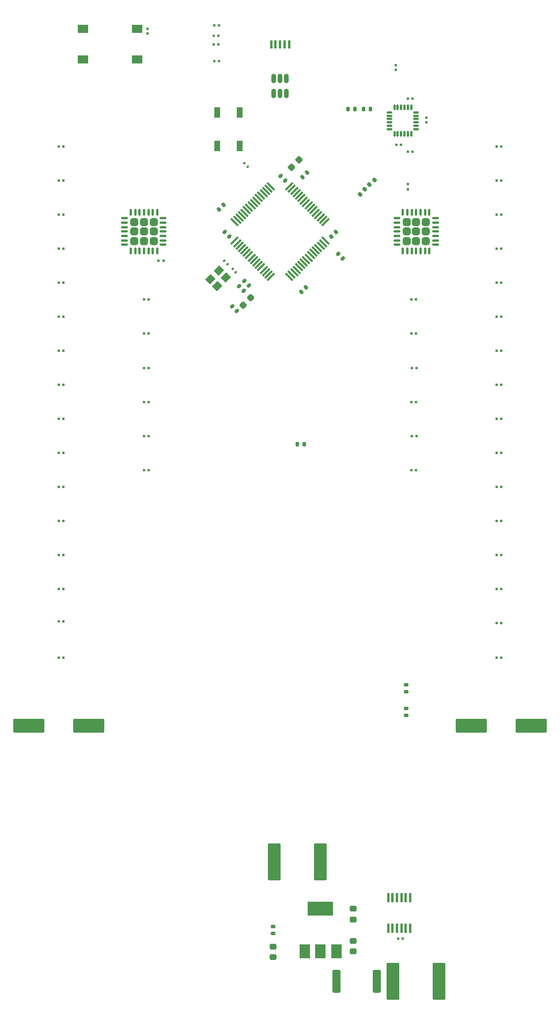
<source format=gtp>
%TF.GenerationSoftware,KiCad,Pcbnew,7.0.5*%
%TF.CreationDate,2024-01-08T18:30:08+10:00*%
%TF.ProjectId,HEXCORE PCB Design v1,48455843-4f52-4452-9050-434220446573,rev?*%
%TF.SameCoordinates,Original*%
%TF.FileFunction,Paste,Top*%
%TF.FilePolarity,Positive*%
%FSLAX46Y46*%
G04 Gerber Fmt 4.6, Leading zero omitted, Abs format (unit mm)*
G04 Created by KiCad (PCBNEW 7.0.5) date 2024-01-08 18:30:08*
%MOMM*%
%LPD*%
G01*
G04 APERTURE LIST*
G04 Aperture macros list*
%AMRoundRect*
0 Rectangle with rounded corners*
0 $1 Rounding radius*
0 $2 $3 $4 $5 $6 $7 $8 $9 X,Y pos of 4 corners*
0 Add a 4 corners polygon primitive as box body*
4,1,4,$2,$3,$4,$5,$6,$7,$8,$9,$2,$3,0*
0 Add four circle primitives for the rounded corners*
1,1,$1+$1,$2,$3*
1,1,$1+$1,$4,$5*
1,1,$1+$1,$6,$7*
1,1,$1+$1,$8,$9*
0 Add four rect primitives between the rounded corners*
20,1,$1+$1,$2,$3,$4,$5,0*
20,1,$1+$1,$4,$5,$6,$7,0*
20,1,$1+$1,$6,$7,$8,$9,0*
20,1,$1+$1,$8,$9,$2,$3,0*%
%AMRotRect*
0 Rectangle, with rotation*
0 The origin of the aperture is its center*
0 $1 length*
0 $2 width*
0 $3 Rotation angle, in degrees counterclockwise*
0 Add horizontal line*
21,1,$1,$2,0,0,$3*%
G04 Aperture macros list end*
%ADD10RoundRect,0.079500X0.127279X0.014849X0.014849X0.127279X-0.127279X-0.014849X-0.014849X-0.127279X0*%
%ADD11R,0.900000X1.500000*%
%ADD12RoundRect,0.079500X-0.079500X-0.100500X0.079500X-0.100500X0.079500X0.100500X-0.079500X0.100500X0*%
%ADD13R,1.500000X2.000000*%
%ADD14R,3.800000X2.000000*%
%ADD15RoundRect,0.079500X0.079500X0.100500X-0.079500X0.100500X-0.079500X-0.100500X0.079500X-0.100500X0*%
%ADD16RoundRect,0.140000X0.219203X0.021213X0.021213X0.219203X-0.219203X-0.021213X-0.021213X-0.219203X0*%
%ADD17RoundRect,0.079500X0.100500X-0.079500X0.100500X0.079500X-0.100500X0.079500X-0.100500X-0.079500X0*%
%ADD18RoundRect,0.250000X0.320000X-0.320000X0.320000X0.320000X-0.320000X0.320000X-0.320000X-0.320000X0*%
%ADD19RoundRect,0.075000X0.075000X-0.437500X0.075000X0.437500X-0.075000X0.437500X-0.075000X-0.437500X0*%
%ADD20RoundRect,0.075000X0.437500X-0.075000X0.437500X0.075000X-0.437500X0.075000X-0.437500X-0.075000X0*%
%ADD21RoundRect,0.075000X-0.441942X-0.548008X0.548008X0.441942X0.441942X0.548008X-0.548008X-0.441942X0*%
%ADD22RoundRect,0.075000X0.441942X-0.548008X0.548008X-0.441942X-0.441942X0.548008X-0.548008X0.441942X0*%
%ADD23RoundRect,0.225000X0.017678X-0.335876X0.335876X-0.017678X-0.017678X0.335876X-0.335876X0.017678X0*%
%ADD24RoundRect,0.225000X0.250000X-0.225000X0.250000X0.225000X-0.250000X0.225000X-0.250000X-0.225000X0*%
%ADD25RoundRect,0.250000X0.362500X1.425000X-0.362500X1.425000X-0.362500X-1.425000X0.362500X-1.425000X0*%
%ADD26RoundRect,0.075000X-0.350000X-0.075000X0.350000X-0.075000X0.350000X0.075000X-0.350000X0.075000X0*%
%ADD27RoundRect,0.075000X0.075000X-0.350000X0.075000X0.350000X-0.075000X0.350000X-0.075000X-0.350000X0*%
%ADD28RoundRect,0.135000X-0.135000X-0.185000X0.135000X-0.185000X0.135000X0.185000X-0.135000X0.185000X0*%
%ADD29RoundRect,0.140000X-0.021213X0.219203X-0.219203X0.021213X0.021213X-0.219203X0.219203X-0.021213X0*%
%ADD30RoundRect,0.140000X0.021213X-0.219203X0.219203X-0.021213X-0.021213X0.219203X-0.219203X0.021213X0*%
%ADD31RoundRect,0.135000X-0.185000X0.135000X-0.185000X-0.135000X0.185000X-0.135000X0.185000X0.135000X0*%
%ADD32RoundRect,0.150000X-0.150000X0.512500X-0.150000X-0.512500X0.150000X-0.512500X0.150000X0.512500X0*%
%ADD33RoundRect,0.250001X2.049999X0.799999X-2.049999X0.799999X-2.049999X-0.799999X2.049999X-0.799999X0*%
%ADD34RoundRect,0.225000X-0.250000X0.225000X-0.250000X-0.225000X0.250000X-0.225000X0.250000X0.225000X0*%
%ADD35RoundRect,0.218750X-0.026517X0.335876X-0.335876X0.026517X0.026517X-0.335876X0.335876X-0.026517X0*%
%ADD36RoundRect,0.250000X-0.712500X-2.475000X0.712500X-2.475000X0.712500X2.475000X-0.712500X2.475000X0*%
%ADD37RoundRect,0.135000X0.185000X-0.135000X0.185000X0.135000X-0.185000X0.135000X-0.185000X-0.135000X0*%
%ADD38RotRect,1.150000X1.000000X225.000000*%
%ADD39RoundRect,0.218750X-0.256250X0.218750X-0.256250X-0.218750X0.256250X-0.218750X0.256250X0.218750X0*%
%ADD40RoundRect,0.135000X0.135000X0.185000X-0.135000X0.185000X-0.135000X-0.185000X0.135000X-0.185000X0*%
%ADD41RoundRect,0.250001X-2.049999X-0.799999X2.049999X-0.799999X2.049999X0.799999X-2.049999X0.799999X0*%
%ADD42RoundRect,0.135000X-0.035355X0.226274X-0.226274X0.035355X0.035355X-0.226274X0.226274X-0.035355X0*%
%ADD43RoundRect,0.140000X-0.219203X-0.021213X-0.021213X-0.219203X0.219203X0.021213X0.021213X0.219203X0*%
%ADD44R,0.450000X1.425000*%
%ADD45R,1.550000X1.300000*%
%ADD46RoundRect,0.079500X-0.127279X-0.014849X-0.014849X-0.127279X0.127279X0.014849X0.014849X0.127279X0*%
%ADD47RoundRect,0.250000X-0.320000X0.320000X-0.320000X-0.320000X0.320000X-0.320000X0.320000X0.320000X0*%
%ADD48RoundRect,0.075000X-0.075000X0.437500X-0.075000X-0.437500X0.075000X-0.437500X0.075000X0.437500X0*%
%ADD49RoundRect,0.075000X-0.437500X0.075000X-0.437500X-0.075000X0.437500X-0.075000X0.437500X0.075000X0*%
%ADD50R,0.400000X1.250000*%
%ADD51RoundRect,0.250000X0.712500X2.475000X-0.712500X2.475000X-0.712500X-2.475000X0.712500X-2.475000X0*%
G04 APERTURE END LIST*
D10*
%TO.C,R59*%
X74750000Y-55000000D03*
X75237904Y-55487904D03*
%TD*%
D11*
%TO.C,D3*%
X74100000Y-47550000D03*
X70800000Y-47550000D03*
X70800000Y-52450000D03*
X74100000Y-52450000D03*
%TD*%
D12*
%TO.C,R9*%
X47500000Y-62500000D03*
X48190000Y-62500000D03*
%TD*%
D13*
%TO.C,U8*%
X83650000Y-170650000D03*
X85950000Y-170650000D03*
D14*
X85950000Y-164350000D03*
D13*
X88250000Y-170650000D03*
%TD*%
D12*
%TO.C,R13*%
X47500000Y-82500000D03*
X48190000Y-82500000D03*
%TD*%
D15*
%TO.C,R29*%
X112500000Y-127500000D03*
X111810000Y-127500000D03*
%TD*%
%TO.C,R25*%
X100025000Y-85000000D03*
X99335000Y-85000000D03*
%TD*%
D12*
%TO.C,R57*%
X62155000Y-69250000D03*
X62845000Y-69250000D03*
%TD*%
D10*
%TO.C,C13*%
X73497955Y-70997955D03*
X73010051Y-70510051D03*
%TD*%
D16*
%TO.C,C7*%
X75428822Y-72928822D03*
X74750000Y-72250000D03*
%TD*%
D12*
%TO.C,R2*%
X60000000Y-85000000D03*
X60690000Y-85000000D03*
%TD*%
%TO.C,R12*%
X47500000Y-77500000D03*
X48190000Y-77500000D03*
%TD*%
D17*
%TO.C,C10*%
X60500000Y-35940000D03*
X60500000Y-35250000D03*
%TD*%
D15*
%TO.C,R43*%
X112500000Y-57500000D03*
X111810000Y-57500000D03*
%TD*%
%TO.C,R27*%
X100000000Y-75000000D03*
X99310000Y-75000000D03*
%TD*%
D18*
%TO.C,U3*%
X98580000Y-66420000D03*
X100000000Y-66420000D03*
X101420000Y-66420000D03*
X98580000Y-65000000D03*
X100000000Y-65000000D03*
X101420000Y-65000000D03*
X98580000Y-63580000D03*
X100000000Y-63580000D03*
X101420000Y-63580000D03*
D19*
X98050000Y-67837500D03*
X98700000Y-67837500D03*
X99350000Y-67837500D03*
X100000000Y-67837500D03*
X100650000Y-67837500D03*
X101300000Y-67837500D03*
X101950000Y-67837500D03*
D20*
X102837500Y-66950000D03*
X102837500Y-66300000D03*
X102837500Y-65650000D03*
X102837500Y-65000000D03*
X102837500Y-64350000D03*
X102837500Y-63700000D03*
X102837500Y-63050000D03*
D19*
X101950000Y-62162500D03*
X101300000Y-62162500D03*
X100650000Y-62162500D03*
X100000000Y-62162500D03*
X99350000Y-62162500D03*
X98700000Y-62162500D03*
X98050000Y-62162500D03*
D20*
X97162500Y-63050000D03*
X97162500Y-63700000D03*
X97162500Y-64350000D03*
X97162500Y-65000000D03*
X97162500Y-65650000D03*
X97162500Y-66300000D03*
X97162500Y-66950000D03*
%TD*%
D21*
%TO.C,U1*%
X73335519Y-66361181D03*
X73689072Y-66714734D03*
X74042625Y-67068287D03*
X74396179Y-67421841D03*
X74749732Y-67775394D03*
X75103286Y-68128948D03*
X75456839Y-68482501D03*
X75810392Y-68836054D03*
X76163946Y-69189608D03*
X76517499Y-69543161D03*
X76871052Y-69896714D03*
X77224606Y-70250268D03*
X77578159Y-70603821D03*
X77931713Y-70957375D03*
X78285266Y-71310928D03*
X78638819Y-71664481D03*
D22*
X81361181Y-71664481D03*
X81714734Y-71310928D03*
X82068287Y-70957375D03*
X82421841Y-70603821D03*
X82775394Y-70250268D03*
X83128948Y-69896714D03*
X83482501Y-69543161D03*
X83836054Y-69189608D03*
X84189608Y-68836054D03*
X84543161Y-68482501D03*
X84896714Y-68128948D03*
X85250268Y-67775394D03*
X85603821Y-67421841D03*
X85957375Y-67068287D03*
X86310928Y-66714734D03*
X86664481Y-66361181D03*
D21*
X86664481Y-63638819D03*
X86310928Y-63285266D03*
X85957375Y-62931713D03*
X85603821Y-62578159D03*
X85250268Y-62224606D03*
X84896714Y-61871052D03*
X84543161Y-61517499D03*
X84189608Y-61163946D03*
X83836054Y-60810392D03*
X83482501Y-60456839D03*
X83128948Y-60103286D03*
X82775394Y-59749732D03*
X82421841Y-59396179D03*
X82068287Y-59042625D03*
X81714734Y-58689072D03*
X81361181Y-58335519D03*
D22*
X78638819Y-58335519D03*
X78285266Y-58689072D03*
X77931713Y-59042625D03*
X77578159Y-59396179D03*
X77224606Y-59749732D03*
X76871052Y-60103286D03*
X76517499Y-60456839D03*
X76163946Y-60810392D03*
X75810392Y-61163946D03*
X75456839Y-61517499D03*
X75103286Y-61871052D03*
X74749732Y-62224606D03*
X74396179Y-62578159D03*
X74042625Y-62931713D03*
X73689072Y-63285266D03*
X73335519Y-63638819D03*
%TD*%
D16*
%TO.C,C8*%
X74678822Y-73678822D03*
X74000000Y-73000000D03*
%TD*%
D12*
%TO.C,R21*%
X47500000Y-122184567D03*
X48190000Y-122184567D03*
%TD*%
D23*
%TO.C,C6*%
X81653984Y-55596016D03*
X82750000Y-54500000D03*
%TD*%
D15*
%TO.C,C19*%
X99500000Y-45500000D03*
X98810000Y-45500000D03*
%TD*%
D12*
%TO.C,R7*%
X47500000Y-52500000D03*
X48190000Y-52500000D03*
%TD*%
D15*
%TO.C,R30*%
X112500000Y-122500000D03*
X111810000Y-122500000D03*
%TD*%
D24*
%TO.C,C15*%
X90750000Y-170650000D03*
X90750000Y-169100000D03*
%TD*%
D17*
%TO.C,R45*%
X97000000Y-41250000D03*
X97000000Y-40560000D03*
%TD*%
D12*
%TO.C,R11*%
X47500000Y-72500000D03*
X48190000Y-72500000D03*
%TD*%
D25*
%TO.C,R56*%
X94212500Y-175000000D03*
X88287500Y-175000000D03*
%TD*%
D26*
%TO.C,U7*%
X96100000Y-47500000D03*
X96100000Y-48000000D03*
X96100000Y-48500000D03*
X96100000Y-49000000D03*
X96100000Y-49500000D03*
X96100000Y-50000000D03*
D27*
X96800000Y-50700000D03*
X97300000Y-50700000D03*
X97800000Y-50700000D03*
X98300000Y-50700000D03*
X98800000Y-50700000D03*
X99300000Y-50700000D03*
D26*
X100000000Y-50000000D03*
X100000000Y-49500000D03*
X100000000Y-49000000D03*
X100000000Y-48500000D03*
X100000000Y-48000000D03*
X100000000Y-47500000D03*
D27*
X99300000Y-46800000D03*
X98800000Y-46800000D03*
X98300000Y-46800000D03*
X97800000Y-46800000D03*
X97300000Y-46800000D03*
X96800000Y-46800000D03*
%TD*%
D28*
%TO.C,R62*%
X92230000Y-47000000D03*
X93250000Y-47000000D03*
%TD*%
D15*
%TO.C,R33*%
X112500000Y-107500000D03*
X111810000Y-107500000D03*
%TD*%
D12*
%TO.C,R8*%
X47500000Y-57500000D03*
X48190000Y-57500000D03*
%TD*%
D15*
%TO.C,R38*%
X112500000Y-82500000D03*
X111810000Y-82500000D03*
%TD*%
D12*
%TO.C,R1*%
X60000000Y-80000000D03*
X60690000Y-80000000D03*
%TD*%
D15*
%TO.C,R54*%
X70940000Y-37500000D03*
X70250000Y-37500000D03*
%TD*%
D29*
%TO.C,C3*%
X83839411Y-73160589D03*
X83160589Y-73839411D03*
%TD*%
D12*
%TO.C,C18*%
X97060000Y-52250000D03*
X97750000Y-52250000D03*
%TD*%
%TO.C,R15*%
X47500000Y-92500000D03*
X48190000Y-92500000D03*
%TD*%
%TO.C,R3*%
X59975000Y-90000000D03*
X60665000Y-90000000D03*
%TD*%
%TO.C,R51*%
X70310000Y-40000000D03*
X71000000Y-40000000D03*
%TD*%
D15*
%TO.C,R34*%
X112500000Y-102500000D03*
X111810000Y-102500000D03*
%TD*%
%TO.C,R23*%
X100025000Y-95000000D03*
X99335000Y-95000000D03*
%TD*%
D17*
%TO.C,R58*%
X98750000Y-58750000D03*
X98750000Y-58060000D03*
%TD*%
D30*
%TO.C,C12*%
X83250000Y-57000000D03*
X83928822Y-56321178D03*
%TD*%
D31*
%TO.C,R50*%
X79000000Y-166980000D03*
X79000000Y-168000000D03*
%TD*%
D12*
%TO.C,R19*%
X47500000Y-112500000D03*
X48190000Y-112500000D03*
%TD*%
%TO.C,R22*%
X47500000Y-127500000D03*
X48190000Y-127500000D03*
%TD*%
D30*
%TO.C,C1*%
X71000000Y-61750000D03*
X71678822Y-61071178D03*
%TD*%
D32*
%TO.C,U5*%
X80950000Y-42500000D03*
X80000000Y-42500000D03*
X79050000Y-42500000D03*
X79050000Y-44775000D03*
X80000000Y-44775000D03*
X80950000Y-44775000D03*
%TD*%
D33*
%TO.C,C21*%
X116900000Y-137500000D03*
X108100000Y-137500000D03*
%TD*%
D34*
%TO.C,C16*%
X90750000Y-164400000D03*
X90750000Y-165950000D03*
%TD*%
D15*
%TO.C,R35*%
X112500000Y-97500000D03*
X111810000Y-97500000D03*
%TD*%
%TO.C,R44*%
X112525000Y-52500000D03*
X111835000Y-52500000D03*
%TD*%
D35*
%TO.C,FB1*%
X75678822Y-74678822D03*
X74565128Y-75792516D03*
%TD*%
D36*
%TO.C,F1*%
X96612500Y-175000000D03*
X103387500Y-175000000D03*
%TD*%
D15*
%TO.C,R36*%
X112500000Y-92500000D03*
X111810000Y-92500000D03*
%TD*%
D28*
%TO.C,R63*%
X89990000Y-47010000D03*
X91010000Y-47010000D03*
%TD*%
D12*
%TO.C,R10*%
X47500000Y-67500000D03*
X48190000Y-67500000D03*
%TD*%
D15*
%TO.C,C20*%
X99440000Y-53250000D03*
X98750000Y-53250000D03*
%TD*%
D37*
%TO.C,R48*%
X98500000Y-132500000D03*
X98500000Y-131480000D03*
%TD*%
D15*
%TO.C,R41*%
X112500000Y-67500000D03*
X111810000Y-67500000D03*
%TD*%
%TO.C,C23*%
X98000000Y-168750000D03*
X97310000Y-168750000D03*
%TD*%
D38*
%TO.C,Y1*%
X71010051Y-70760051D03*
X69772614Y-71997488D03*
X70762563Y-72987437D03*
X72000000Y-71750000D03*
%TD*%
D12*
%TO.C,R17*%
X47500000Y-102500000D03*
X48190000Y-102500000D03*
%TD*%
D16*
%TO.C,C5*%
X80750000Y-57500000D03*
X80071178Y-56821178D03*
%TD*%
%TO.C,C9*%
X73678822Y-76678822D03*
X73000000Y-76000000D03*
%TD*%
D15*
%TO.C,R37*%
X112500000Y-87500000D03*
X111810000Y-87500000D03*
%TD*%
%TO.C,R52*%
X70940000Y-36250000D03*
X70250000Y-36250000D03*
%TD*%
D39*
%TO.C,D1*%
X79000000Y-169925000D03*
X79000000Y-171500000D03*
%TD*%
D40*
%TO.C,R55*%
X83540000Y-96250000D03*
X82520000Y-96250000D03*
%TD*%
D41*
%TO.C,C22*%
X43100000Y-137500000D03*
X51900000Y-137500000D03*
%TD*%
D42*
%TO.C,R47*%
X93846248Y-57403752D03*
X93125000Y-58125000D03*
%TD*%
D30*
%TO.C,C4*%
X87500000Y-65750000D03*
X88178822Y-65071178D03*
%TD*%
D15*
%TO.C,R24*%
X100000000Y-90000000D03*
X99310000Y-90000000D03*
%TD*%
D43*
%TO.C,C11*%
X88500000Y-68250000D03*
X89178822Y-68928822D03*
%TD*%
D44*
%TO.C,IC1*%
X95875000Y-167212000D03*
X96525000Y-167212000D03*
X97175000Y-167212000D03*
X97825000Y-167212000D03*
X98475000Y-167212000D03*
X99125000Y-167212000D03*
X99125000Y-162788000D03*
X98475000Y-162788000D03*
X97825000Y-162788000D03*
X97175000Y-162788000D03*
X96525000Y-162788000D03*
X95875000Y-162788000D03*
%TD*%
D15*
%TO.C,R40*%
X112500000Y-72500000D03*
X111810000Y-72500000D03*
%TD*%
%TO.C,R32*%
X112500000Y-112500000D03*
X111810000Y-112500000D03*
%TD*%
D12*
%TO.C,R14*%
X47500000Y-87500000D03*
X48190000Y-87500000D03*
%TD*%
D16*
%TO.C,C2*%
X72500000Y-65750000D03*
X71821178Y-65071178D03*
%TD*%
D12*
%TO.C,R16*%
X47500000Y-97500000D03*
X48190000Y-97500000D03*
%TD*%
D15*
%TO.C,R53*%
X71000000Y-34750000D03*
X70310000Y-34750000D03*
%TD*%
%TO.C,R42*%
X112500000Y-62500000D03*
X111810000Y-62500000D03*
%TD*%
D45*
%TO.C,SW3*%
X58975000Y-39750000D03*
X51025000Y-39750000D03*
X58975000Y-35250000D03*
X51025000Y-35250000D03*
%TD*%
D12*
%TO.C,R6*%
X59975000Y-75000000D03*
X60665000Y-75000000D03*
%TD*%
%TO.C,R18*%
X47500000Y-107500000D03*
X48190000Y-107500000D03*
%TD*%
D15*
%TO.C,R26*%
X100000000Y-80000000D03*
X99310000Y-80000000D03*
%TD*%
D46*
%TO.C,C14*%
X71772147Y-69272147D03*
X72260051Y-69760051D03*
%TD*%
D12*
%TO.C,R20*%
X47500000Y-117500000D03*
X48190000Y-117500000D03*
%TD*%
D47*
%TO.C,U2*%
X61420000Y-63580000D03*
X60000000Y-63580000D03*
X58580000Y-63580000D03*
X61420000Y-65000000D03*
X60000000Y-65000000D03*
X58580000Y-65000000D03*
X61420000Y-66420000D03*
X60000000Y-66420000D03*
X58580000Y-66420000D03*
D48*
X61950000Y-62162500D03*
X61300000Y-62162500D03*
X60650000Y-62162500D03*
X60000000Y-62162500D03*
X59350000Y-62162500D03*
X58700000Y-62162500D03*
X58050000Y-62162500D03*
D49*
X57162500Y-63050000D03*
X57162500Y-63700000D03*
X57162500Y-64350000D03*
X57162500Y-65000000D03*
X57162500Y-65650000D03*
X57162500Y-66300000D03*
X57162500Y-66950000D03*
D48*
X58050000Y-67837500D03*
X58700000Y-67837500D03*
X59350000Y-67837500D03*
X60000000Y-67837500D03*
X60650000Y-67837500D03*
X61300000Y-67837500D03*
X61950000Y-67837500D03*
D49*
X62837500Y-66950000D03*
X62837500Y-66300000D03*
X62837500Y-65650000D03*
X62837500Y-65000000D03*
X62837500Y-64350000D03*
X62837500Y-63700000D03*
X62837500Y-63050000D03*
%TD*%
D17*
%TO.C,C17*%
X101500000Y-49000000D03*
X101500000Y-48310000D03*
%TD*%
D15*
%TO.C,R39*%
X112500000Y-77500000D03*
X111810000Y-77500000D03*
%TD*%
D12*
%TO.C,R4*%
X59975000Y-95000000D03*
X60665000Y-95000000D03*
%TD*%
D42*
%TO.C,R46*%
X92439106Y-58810894D03*
X91717858Y-59532142D03*
%TD*%
D15*
%TO.C,R28*%
X100000000Y-100000000D03*
X99310000Y-100000000D03*
%TD*%
D50*
%TO.C,J45*%
X81300000Y-37500000D03*
X80650000Y-37500000D03*
X80000000Y-37500000D03*
X79350000Y-37500000D03*
X78700000Y-37500000D03*
%TD*%
D51*
%TO.C,F2*%
X85887500Y-157500000D03*
X79112500Y-157500000D03*
%TD*%
D12*
%TO.C,R5*%
X59975000Y-100000000D03*
X60665000Y-100000000D03*
%TD*%
D15*
%TO.C,R31*%
X112500000Y-117500000D03*
X111810000Y-117500000D03*
%TD*%
D37*
%TO.C,R49*%
X98500000Y-136000000D03*
X98500000Y-134980000D03*
%TD*%
M02*

</source>
